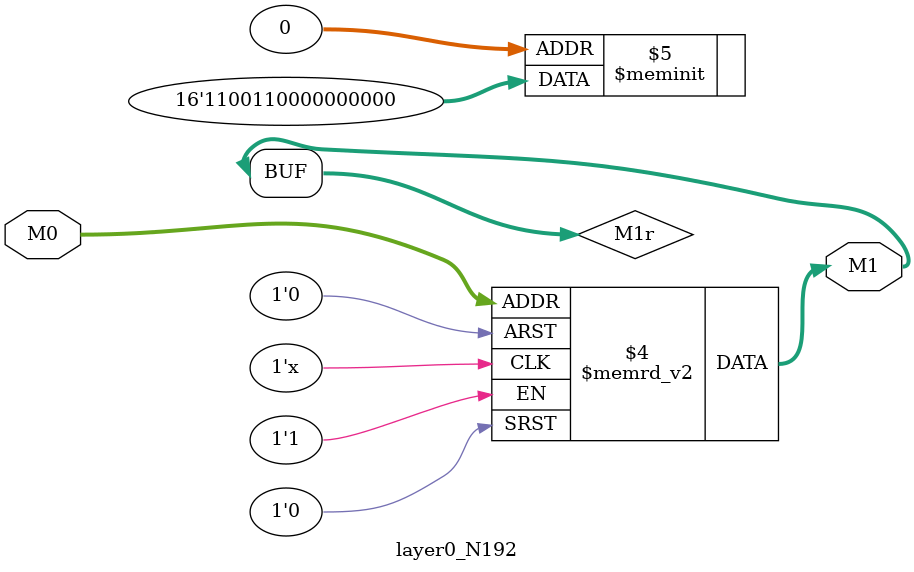
<source format=v>
module layer0_N192 ( input [2:0] M0, output [1:0] M1 );

	(*rom_style = "distributed" *) reg [1:0] M1r;
	assign M1 = M1r;
	always @ (M0) begin
		case (M0)
			3'b000: M1r = 2'b00;
			3'b100: M1r = 2'b00;
			3'b010: M1r = 2'b00;
			3'b110: M1r = 2'b00;
			3'b001: M1r = 2'b00;
			3'b101: M1r = 2'b11;
			3'b011: M1r = 2'b00;
			3'b111: M1r = 2'b11;

		endcase
	end
endmodule

</source>
